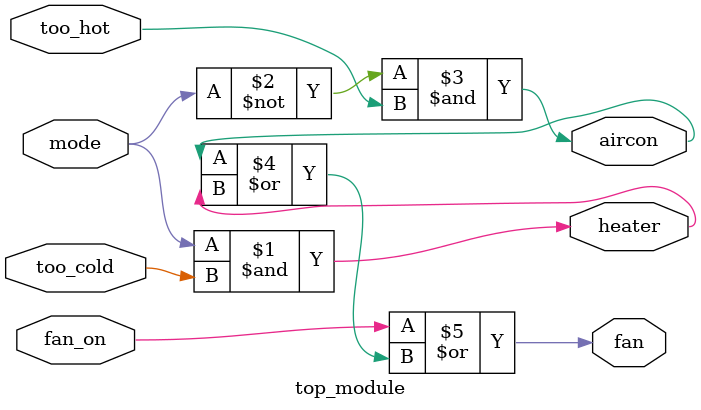
<source format=v>
module top_module (
    input too_cold,
    input too_hot,
    input mode,
    input fan_on,
    output heater,
    output aircon,
    output fan
); 
    assign heater = mode & too_cold;
	assign aircon = ~mode & too_hot;
	assign fan = fan_on | (aircon | heater) ;

endmodule

</source>
